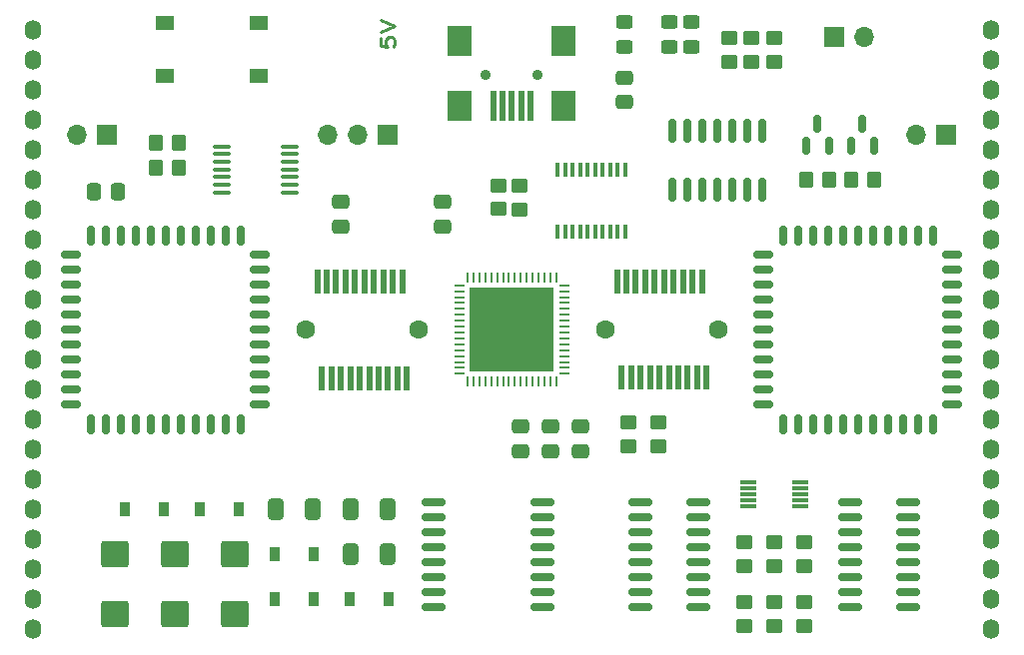
<source format=gbr>
G04 #@! TF.GenerationSoftware,KiCad,Pcbnew,(6.0.6-0)*
G04 #@! TF.CreationDate,2022-07-20T14:24:46-07:00*
G04 #@! TF.ProjectId,BreadControlV3,42726561-6443-46f6-9e74-726f6c56332e,rev?*
G04 #@! TF.SameCoordinates,Original*
G04 #@! TF.FileFunction,Soldermask,Top*
G04 #@! TF.FilePolarity,Negative*
%FSLAX46Y46*%
G04 Gerber Fmt 4.6, Leading zero omitted, Abs format (unit mm)*
G04 Created by KiCad (PCBNEW (6.0.6-0)) date 2022-07-20 14:24:46*
%MOMM*%
%LPD*%
G01*
G04 APERTURE LIST*
G04 Aperture macros list*
%AMRoundRect*
0 Rectangle with rounded corners*
0 $1 Rounding radius*
0 $2 $3 $4 $5 $6 $7 $8 $9 X,Y pos of 4 corners*
0 Add a 4 corners polygon primitive as box body*
4,1,4,$2,$3,$4,$5,$6,$7,$8,$9,$2,$3,0*
0 Add four circle primitives for the rounded corners*
1,1,$1+$1,$2,$3*
1,1,$1+$1,$4,$5*
1,1,$1+$1,$6,$7*
1,1,$1+$1,$8,$9*
0 Add four rect primitives between the rounded corners*
20,1,$1+$1,$2,$3,$4,$5,0*
20,1,$1+$1,$4,$5,$6,$7,0*
20,1,$1+$1,$6,$7,$8,$9,0*
20,1,$1+$1,$8,$9,$2,$3,0*%
G04 Aperture macros list end*
%ADD10C,0.250000*%
%ADD11RoundRect,0.250000X0.450000X-0.325000X0.450000X0.325000X-0.450000X0.325000X-0.450000X-0.325000X0*%
%ADD12RoundRect,0.250000X-0.925000X0.875000X-0.925000X-0.875000X0.925000X-0.875000X0.925000X0.875000X0*%
%ADD13RoundRect,0.250000X-0.450000X0.350000X-0.450000X-0.350000X0.450000X-0.350000X0.450000X0.350000X0*%
%ADD14R,0.400000X1.200000*%
%ADD15RoundRect,0.250000X0.450000X-0.350000X0.450000X0.350000X-0.450000X0.350000X-0.450000X-0.350000X0*%
%ADD16RoundRect,0.250000X-0.412500X-0.650000X0.412500X-0.650000X0.412500X0.650000X-0.412500X0.650000X0*%
%ADD17RoundRect,0.150000X-0.875000X-0.150000X0.875000X-0.150000X0.875000X0.150000X-0.875000X0.150000X0*%
%ADD18RoundRect,0.250000X-0.350000X-0.450000X0.350000X-0.450000X0.350000X0.450000X-0.350000X0.450000X0*%
%ADD19RoundRect,0.150000X-0.150000X0.825000X-0.150000X-0.825000X0.150000X-0.825000X0.150000X0.825000X0*%
%ADD20RoundRect,0.700000X0.000000X-0.150000X0.000000X-0.150000X0.000000X0.150000X0.000000X0.150000X0*%
%ADD21R,1.700000X1.700000*%
%ADD22O,1.700000X1.700000*%
%ADD23RoundRect,0.062500X0.350000X0.062500X-0.350000X0.062500X-0.350000X-0.062500X0.350000X-0.062500X0*%
%ADD24RoundRect,0.062500X0.062500X0.350000X-0.062500X0.350000X-0.062500X-0.350000X0.062500X-0.350000X0*%
%ADD25R,7.150000X7.150000*%
%ADD26RoundRect,0.250000X0.412500X0.650000X-0.412500X0.650000X-0.412500X-0.650000X0.412500X-0.650000X0*%
%ADD27RoundRect,0.250000X0.350000X0.450000X-0.350000X0.450000X-0.350000X-0.450000X0.350000X-0.450000X0*%
%ADD28C,0.900000*%
%ADD29R,0.500000X2.500000*%
%ADD30R,2.000000X2.500000*%
%ADD31C,1.600200*%
%ADD32R,0.558800X2.108200*%
%ADD33RoundRect,0.250000X0.475000X-0.337500X0.475000X0.337500X-0.475000X0.337500X-0.475000X-0.337500X0*%
%ADD34RoundRect,0.250000X-0.475000X0.337500X-0.475000X-0.337500X0.475000X-0.337500X0.475000X0.337500X0*%
%ADD35R,0.900000X1.200000*%
%ADD36RoundRect,0.150000X0.150000X-0.587500X0.150000X0.587500X-0.150000X0.587500X-0.150000X-0.587500X0*%
%ADD37R,1.400000X0.300000*%
%ADD38RoundRect,0.150000X-0.150000X-0.700000X0.150000X-0.700000X0.150000X0.700000X-0.150000X0.700000X0*%
%ADD39RoundRect,0.150000X-0.700000X-0.150000X0.700000X-0.150000X0.700000X0.150000X-0.700000X0.150000X0*%
%ADD40R,1.550000X1.300000*%
%ADD41RoundRect,0.100000X0.637500X0.100000X-0.637500X0.100000X-0.637500X-0.100000X0.637500X-0.100000X0*%
%ADD42RoundRect,0.250000X0.337500X0.475000X-0.337500X0.475000X-0.337500X-0.475000X0.337500X-0.475000X0*%
%ADD43RoundRect,0.150000X-0.825000X-0.150000X0.825000X-0.150000X0.825000X0.150000X-0.825000X0.150000X0*%
G04 APERTURE END LIST*
D10*
X58067657Y-27317114D02*
X58067657Y-28031400D01*
X58639085Y-28102828D01*
X58581942Y-28031400D01*
X58524800Y-27888542D01*
X58524800Y-27531400D01*
X58581942Y-27388542D01*
X58639085Y-27317114D01*
X58753371Y-27245685D01*
X59039085Y-27245685D01*
X59153371Y-27317114D01*
X59210514Y-27388542D01*
X59267657Y-27531400D01*
X59267657Y-27888542D01*
X59210514Y-28031400D01*
X59153371Y-28102828D01*
X58067657Y-26817114D02*
X59267657Y-26317114D01*
X58067657Y-25817114D01*
D11*
X82550000Y-28076000D03*
X82550000Y-26026000D03*
D12*
X35560000Y-71110000D03*
X35560000Y-76210000D03*
D13*
X93980000Y-75200000D03*
X93980000Y-77200000D03*
D14*
X78803500Y-38548000D03*
X78168500Y-38548000D03*
X77533500Y-38548000D03*
X76898500Y-38548000D03*
X76263500Y-38548000D03*
X75628500Y-38548000D03*
X74993500Y-38548000D03*
X74358500Y-38548000D03*
X73723500Y-38548000D03*
X73088500Y-38548000D03*
X73088500Y-43748000D03*
X73723500Y-43748000D03*
X74358500Y-43748000D03*
X74993500Y-43748000D03*
X75628500Y-43748000D03*
X76263500Y-43748000D03*
X76898500Y-43748000D03*
X77533500Y-43748000D03*
X78168500Y-43748000D03*
X78803500Y-43748000D03*
D15*
X91440000Y-72120000D03*
X91440000Y-70120000D03*
X87630000Y-29337000D03*
X87630000Y-27337000D03*
X89535000Y-29337000D03*
X89535000Y-27337000D03*
D16*
X55587500Y-71120000D03*
X58712500Y-71120000D03*
D17*
X62533000Y-66675000D03*
X62533000Y-67945000D03*
X62533000Y-69215000D03*
X62533000Y-70485000D03*
X62533000Y-71755000D03*
X62533000Y-73025000D03*
X62533000Y-74295000D03*
X62533000Y-75565000D03*
X71833000Y-75565000D03*
X71833000Y-74295000D03*
X71833000Y-73025000D03*
X71833000Y-71755000D03*
X71833000Y-70485000D03*
X71833000Y-69215000D03*
X71833000Y-67945000D03*
X71833000Y-66675000D03*
D12*
X45720000Y-71110000D03*
X45720000Y-76210000D03*
D18*
X94123000Y-39370000D03*
X96123000Y-39370000D03*
D19*
X90424000Y-35244000D03*
X89154000Y-35244000D03*
X87884000Y-35244000D03*
X86614000Y-35244000D03*
X85344000Y-35244000D03*
X84074000Y-35244000D03*
X82804000Y-35244000D03*
X82804000Y-40194000D03*
X84074000Y-40194000D03*
X85344000Y-40194000D03*
X86614000Y-40194000D03*
X87884000Y-40194000D03*
X89154000Y-40194000D03*
X90424000Y-40194000D03*
D20*
X109855000Y-26692000D03*
X109855000Y-29232000D03*
X109855000Y-31772000D03*
X109855000Y-34312000D03*
X109855000Y-36852000D03*
X109855000Y-39392000D03*
X109855000Y-41932000D03*
X109855000Y-44472000D03*
X109855000Y-47012000D03*
X109855000Y-49552000D03*
X109855000Y-52092000D03*
X109855000Y-54632000D03*
X109855000Y-57172000D03*
X109855000Y-59712000D03*
X109855000Y-62252000D03*
X109855000Y-64792000D03*
X109855000Y-67332000D03*
X109855000Y-69872000D03*
X109855000Y-72412000D03*
X109855000Y-74952000D03*
X109855000Y-77492000D03*
D21*
X96540000Y-27280000D03*
D22*
X99080000Y-27280000D03*
D23*
X73652500Y-55820000D03*
X73652500Y-55320000D03*
X73652500Y-54820000D03*
X73652500Y-54320000D03*
X73652500Y-53820000D03*
X73652500Y-53320000D03*
X73652500Y-52820000D03*
X73652500Y-52320000D03*
X73652500Y-51820000D03*
X73652500Y-51320000D03*
X73652500Y-50820000D03*
X73652500Y-50320000D03*
X73652500Y-49820000D03*
X73652500Y-49320000D03*
X73652500Y-48820000D03*
X73652500Y-48320000D03*
D24*
X72965000Y-47632500D03*
X72465000Y-47632500D03*
X71965000Y-47632500D03*
X71465000Y-47632500D03*
X70965000Y-47632500D03*
X70465000Y-47632500D03*
X69965000Y-47632500D03*
X69465000Y-47632500D03*
X68965000Y-47632500D03*
X68465000Y-47632500D03*
X67965000Y-47632500D03*
X67465000Y-47632500D03*
X66965000Y-47632500D03*
X66465000Y-47632500D03*
X65965000Y-47632500D03*
X65465000Y-47632500D03*
D23*
X64777500Y-48320000D03*
X64777500Y-48820000D03*
X64777500Y-49320000D03*
X64777500Y-49820000D03*
X64777500Y-50320000D03*
X64777500Y-50820000D03*
X64777500Y-51320000D03*
X64777500Y-51820000D03*
X64777500Y-52320000D03*
X64777500Y-52820000D03*
X64777500Y-53320000D03*
X64777500Y-53820000D03*
X64777500Y-54320000D03*
X64777500Y-54820000D03*
X64777500Y-55320000D03*
X64777500Y-55820000D03*
D24*
X65465000Y-56507500D03*
X65965000Y-56507500D03*
X66465000Y-56507500D03*
X66965000Y-56507500D03*
X67465000Y-56507500D03*
X67965000Y-56507500D03*
X68465000Y-56507500D03*
X68965000Y-56507500D03*
X69465000Y-56507500D03*
X69965000Y-56507500D03*
X70465000Y-56507500D03*
X70965000Y-56507500D03*
X71465000Y-56507500D03*
X71965000Y-56507500D03*
X72465000Y-56507500D03*
X72965000Y-56507500D03*
D25*
X69215000Y-52070000D03*
D26*
X58712500Y-67310000D03*
X55587500Y-67310000D03*
D27*
X41005000Y-38354000D03*
X39005000Y-38354000D03*
D28*
X67015000Y-30480000D03*
X71415000Y-30480000D03*
D29*
X70815000Y-33080000D03*
X70015000Y-33080000D03*
X69215000Y-33080000D03*
X68415000Y-33080000D03*
X67615000Y-33080000D03*
D30*
X73615000Y-33080000D03*
X64815000Y-33080000D03*
X64815000Y-27580000D03*
X73615000Y-27580000D03*
D13*
X68045000Y-39856672D03*
X68045000Y-41856672D03*
D31*
X61315000Y-52074699D03*
X51715000Y-52074699D03*
D32*
X52715003Y-47974700D03*
X53515001Y-47974700D03*
X54315002Y-47974700D03*
X55115003Y-47974700D03*
X55915001Y-47974700D03*
X56715002Y-47974700D03*
X57515001Y-47974700D03*
X58315001Y-47974700D03*
X59115000Y-47974700D03*
X59915001Y-47974700D03*
X53114956Y-56174701D03*
X53914957Y-56174701D03*
X54714955Y-56174701D03*
X55514956Y-56174701D03*
X56314955Y-56174701D03*
X57114956Y-56174701D03*
X57914957Y-56174701D03*
X58714955Y-56174701D03*
X59514956Y-56174701D03*
X60314954Y-56174701D03*
D15*
X81661000Y-61960000D03*
X81661000Y-59960000D03*
D33*
X69977000Y-62378500D03*
X69977000Y-60303500D03*
D13*
X88900000Y-75200000D03*
X88900000Y-77200000D03*
D18*
X97933000Y-39370000D03*
X99933000Y-39370000D03*
D21*
X58674000Y-35515000D03*
D22*
X56134000Y-35515000D03*
X53594000Y-35515000D03*
D21*
X34925000Y-35560000D03*
D22*
X32385000Y-35560000D03*
D34*
X63373000Y-41253500D03*
X63373000Y-43328500D03*
D20*
X28597000Y-26692000D03*
X28597000Y-29232000D03*
X28597000Y-31772000D03*
X28597000Y-34312000D03*
X28597000Y-36852000D03*
X28597000Y-39392000D03*
X28597000Y-41932000D03*
X28597000Y-44472000D03*
X28597000Y-47012000D03*
X28597000Y-49552000D03*
X28597000Y-52092000D03*
X28597000Y-54632000D03*
X28597000Y-57172000D03*
X28597000Y-59712000D03*
X28597000Y-62252000D03*
X28597000Y-64792000D03*
X28597000Y-67332000D03*
X28597000Y-69872000D03*
X28597000Y-72412000D03*
X28597000Y-74952000D03*
X28597000Y-77492000D03*
D11*
X78740000Y-28076000D03*
X78740000Y-26026000D03*
D35*
X49150000Y-74930000D03*
X52450000Y-74930000D03*
X42800000Y-67310000D03*
X46100000Y-67310000D03*
D36*
X97983000Y-36497500D03*
X99883000Y-36497500D03*
X98933000Y-34622500D03*
D37*
X89240000Y-65040000D03*
X89240000Y-65540000D03*
X89240000Y-66040000D03*
X89240000Y-66540000D03*
X89240000Y-67040000D03*
X93640000Y-67040000D03*
X93640000Y-66540000D03*
X93640000Y-66040000D03*
X93640000Y-65540000D03*
X93640000Y-65040000D03*
D38*
X98552000Y-44070000D03*
X97282000Y-44070000D03*
X96012000Y-44070000D03*
X94742000Y-44070000D03*
X93472000Y-44070000D03*
X92202000Y-44070000D03*
D39*
X90552000Y-45720000D03*
X90552000Y-46990000D03*
X90552000Y-48260000D03*
X90552000Y-49530000D03*
X90552000Y-50800000D03*
X90552000Y-52070000D03*
X90552000Y-53340000D03*
X90552000Y-54610000D03*
X90552000Y-55880000D03*
X90552000Y-57150000D03*
X90552000Y-58420000D03*
D38*
X92202000Y-60070000D03*
X93472000Y-60070000D03*
X94742000Y-60070000D03*
X96012000Y-60070000D03*
X97282000Y-60070000D03*
X98552000Y-60070000D03*
X99822000Y-60070000D03*
X101092000Y-60070000D03*
X102362000Y-60070000D03*
X103632000Y-60070000D03*
X104902000Y-60070000D03*
D39*
X106552000Y-58420000D03*
X106552000Y-57150000D03*
X106552000Y-55880000D03*
X106552000Y-54610000D03*
X106552000Y-53340000D03*
X106552000Y-52070000D03*
X106552000Y-50800000D03*
X106552000Y-49530000D03*
X106552000Y-48260000D03*
X106552000Y-46990000D03*
X106552000Y-45720000D03*
D38*
X104902000Y-44070000D03*
X103632000Y-44070000D03*
X102362000Y-44070000D03*
X101092000Y-44070000D03*
X99822000Y-44070000D03*
D12*
X40640000Y-71110000D03*
X40640000Y-76210000D03*
D40*
X47795000Y-26096400D03*
X39835000Y-26096400D03*
X47795000Y-30596400D03*
X39835000Y-30596400D03*
D35*
X36450000Y-67310000D03*
X39750000Y-67310000D03*
D27*
X41005000Y-36245800D03*
X39005000Y-36245800D03*
D35*
X49150000Y-71120000D03*
X52450000Y-71120000D03*
D13*
X69823000Y-39878404D03*
X69823000Y-41878404D03*
X91440000Y-75200000D03*
X91440000Y-77200000D03*
D33*
X72517000Y-62378500D03*
X72517000Y-60303500D03*
D41*
X50360500Y-40431000D03*
X50360500Y-39781000D03*
X50360500Y-39131000D03*
X50360500Y-38481000D03*
X50360500Y-37831000D03*
X50360500Y-37181000D03*
X50360500Y-36531000D03*
X44635500Y-36531000D03*
X44635500Y-37181000D03*
X44635500Y-37831000D03*
X44635500Y-38481000D03*
X44635500Y-39131000D03*
X44635500Y-39781000D03*
X44635500Y-40431000D03*
D26*
X52362500Y-67310000D03*
X49237500Y-67310000D03*
D15*
X91440000Y-29337000D03*
X91440000Y-27337000D03*
D33*
X75057000Y-62378500D03*
X75057000Y-60303500D03*
D21*
X106045000Y-35560000D03*
D22*
X103505000Y-35560000D03*
D33*
X54737000Y-43328500D03*
X54737000Y-41253500D03*
X78740000Y-32787500D03*
X78740000Y-30712500D03*
D42*
X35835500Y-40386000D03*
X33760500Y-40386000D03*
D36*
X94173000Y-36497500D03*
X96073000Y-36497500D03*
X95123000Y-34622500D03*
D15*
X93980000Y-72120000D03*
X93980000Y-70120000D03*
D43*
X97855000Y-66675000D03*
X97855000Y-67945000D03*
X97855000Y-69215000D03*
X97855000Y-70485000D03*
X97855000Y-71755000D03*
X97855000Y-73025000D03*
X97855000Y-74295000D03*
X97855000Y-75565000D03*
X102805000Y-75565000D03*
X102805000Y-74295000D03*
X102805000Y-73025000D03*
X102805000Y-71755000D03*
X102805000Y-70485000D03*
X102805000Y-69215000D03*
X102805000Y-67945000D03*
X102805000Y-66675000D03*
D13*
X88900000Y-70120000D03*
X88900000Y-72120000D03*
D35*
X55500000Y-74930000D03*
X58800000Y-74930000D03*
D38*
X39878000Y-44070000D03*
X38608000Y-44070000D03*
X37338000Y-44070000D03*
X36068000Y-44070000D03*
X34798000Y-44070000D03*
X33528000Y-44070000D03*
D39*
X31878000Y-45720000D03*
X31878000Y-46990000D03*
X31878000Y-48260000D03*
X31878000Y-49530000D03*
X31878000Y-50800000D03*
X31878000Y-52070000D03*
X31878000Y-53340000D03*
X31878000Y-54610000D03*
X31878000Y-55880000D03*
X31878000Y-57150000D03*
X31878000Y-58420000D03*
D38*
X33528000Y-60070000D03*
X34798000Y-60070000D03*
X36068000Y-60070000D03*
X37338000Y-60070000D03*
X38608000Y-60070000D03*
X39878000Y-60070000D03*
X41148000Y-60070000D03*
X42418000Y-60070000D03*
X43688000Y-60070000D03*
X44958000Y-60070000D03*
X46228000Y-60070000D03*
D39*
X47878000Y-58420000D03*
X47878000Y-57150000D03*
X47878000Y-55880000D03*
X47878000Y-54610000D03*
X47878000Y-53340000D03*
X47878000Y-52070000D03*
X47878000Y-50800000D03*
X47878000Y-49530000D03*
X47878000Y-48260000D03*
X47878000Y-46990000D03*
X47878000Y-45720000D03*
D38*
X46228000Y-44070000D03*
X44958000Y-44070000D03*
X43688000Y-44070000D03*
X42418000Y-44070000D03*
X41148000Y-44070000D03*
D11*
X84455000Y-28076000D03*
X84455000Y-26026000D03*
D31*
X77115000Y-52065301D03*
X86715000Y-52065301D03*
D32*
X78514999Y-56165300D03*
X79315000Y-56165300D03*
X80114999Y-56165300D03*
X80914999Y-56165300D03*
X81714998Y-56165300D03*
X82514999Y-56165300D03*
X83314997Y-56165300D03*
X84114998Y-56165300D03*
X84914999Y-56165300D03*
X85714997Y-56165300D03*
X85315044Y-47965299D03*
X84515043Y-47965299D03*
X83715045Y-47965299D03*
X82915044Y-47965299D03*
X82115045Y-47965299D03*
X81315044Y-47965299D03*
X80515043Y-47965299D03*
X79715045Y-47965299D03*
X78915044Y-47965299D03*
X78115046Y-47965299D03*
D43*
X80075000Y-66675000D03*
X80075000Y-67945000D03*
X80075000Y-69215000D03*
X80075000Y-70485000D03*
X80075000Y-71755000D03*
X80075000Y-73025000D03*
X80075000Y-74295000D03*
X80075000Y-75565000D03*
X85025000Y-75565000D03*
X85025000Y-74295000D03*
X85025000Y-73025000D03*
X85025000Y-71755000D03*
X85025000Y-70485000D03*
X85025000Y-69215000D03*
X85025000Y-67945000D03*
X85025000Y-66675000D03*
D15*
X79121000Y-61960000D03*
X79121000Y-59960000D03*
M02*

</source>
